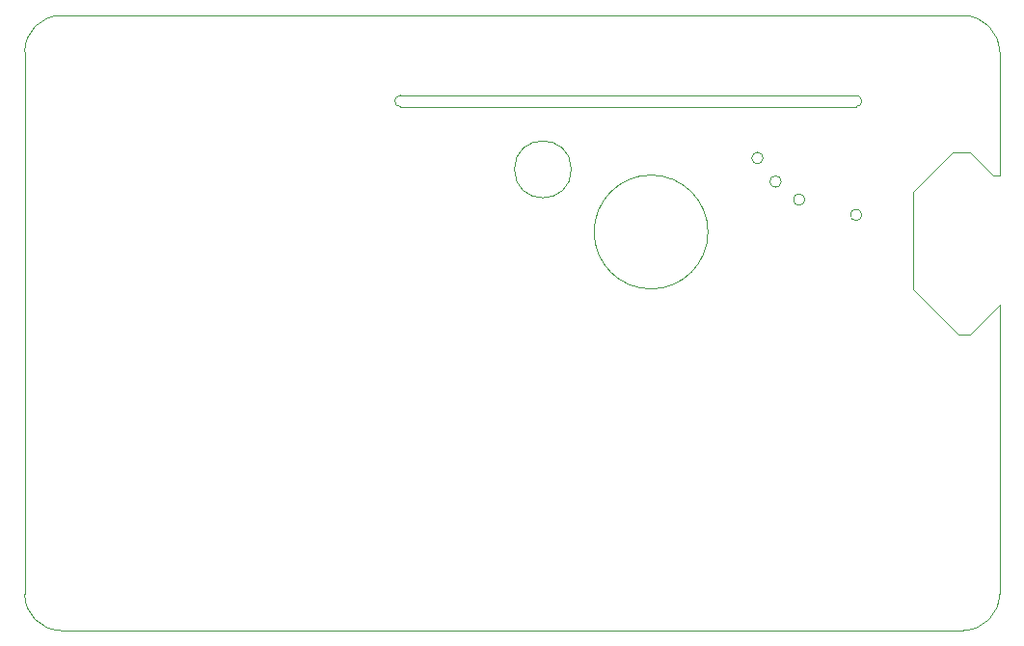
<source format=gbr>
%TF.GenerationSoftware,KiCad,Pcbnew,9.0.0*%
%TF.CreationDate,2025-03-10T22:23:41-04:00*%
%TF.ProjectId,cinnruler,63696e6e-7275-46c6-9572-2e6b69636164,rev?*%
%TF.SameCoordinates,Original*%
%TF.FileFunction,Profile,NP*%
%FSLAX46Y46*%
G04 Gerber Fmt 4.6, Leading zero omitted, Abs format (unit mm)*
G04 Created by KiCad (PCBNEW 9.0.0) date 2025-03-10 22:23:41*
%MOMM*%
%LPD*%
G01*
G04 APERTURE LIST*
%TA.AperFunction,Profile*%
%ADD10C,0.050000*%
%TD*%
G04 APERTURE END LIST*
D10*
X158499999Y-76160250D02*
G75*
G02*
X157499999Y-76160250I-500000J0D01*
G01*
X157499999Y-76160250D02*
G75*
G02*
X158499999Y-76160250I500000J0D01*
G01*
X93177518Y-113978446D02*
G75*
G02*
X89997454Y-110798446I-18J3180046D01*
G01*
X173000000Y-88000000D02*
X175597518Y-85402482D01*
X168000000Y-84000000D02*
X172000000Y-88000000D01*
X162999999Y-66999999D02*
G75*
G02*
X162999999Y-68000001I1J-500001D01*
G01*
X138000000Y-73500000D02*
G75*
G02*
X133000000Y-73500000I-2500000J0D01*
G01*
X133000000Y-73500000D02*
G75*
G02*
X138000000Y-73500000I2500000J0D01*
G01*
X93177518Y-59998446D02*
X172417518Y-59998446D01*
X175597518Y-74000000D02*
X175000000Y-74000000D01*
X89997519Y-110798446D02*
X89997519Y-63178446D01*
X172417518Y-113978446D02*
X93177518Y-113978446D01*
X123000000Y-68000000D02*
G75*
G02*
X123000000Y-67000000I0J500000D01*
G01*
X173000000Y-72000000D02*
X171500000Y-72000000D01*
X123000000Y-68000000D02*
X162999999Y-68000000D01*
X162999999Y-67000000D02*
X123000000Y-67000000D01*
X175597518Y-85402482D02*
X175597518Y-110798400D01*
X175597518Y-110798446D02*
G75*
G02*
X172417518Y-113978418I-3180018J46D01*
G01*
X150000000Y-79000000D02*
G75*
G02*
X140000000Y-79000000I-5000000J0D01*
G01*
X140000000Y-79000000D02*
G75*
G02*
X150000000Y-79000000I5000000J0D01*
G01*
X175000000Y-74000000D02*
X173000000Y-72000000D01*
X172000000Y-88000000D02*
X173000000Y-88000000D01*
X154839799Y-72500000D02*
G75*
G02*
X153839799Y-72500000I-500000J0D01*
G01*
X153839799Y-72500000D02*
G75*
G02*
X154839799Y-72500000I500000J0D01*
G01*
X171500000Y-72000000D02*
X168000000Y-75500000D01*
X163499999Y-77500000D02*
G75*
G02*
X162499999Y-77500000I-500000J0D01*
G01*
X162499999Y-77500000D02*
G75*
G02*
X163499999Y-77500000I500000J0D01*
G01*
X172417518Y-59998446D02*
G75*
G02*
X175597454Y-63178446I-18J-3179954D01*
G01*
X168000000Y-75500000D02*
X168000000Y-84000000D01*
X156429999Y-74570000D02*
G75*
G02*
X155429999Y-74570000I-500000J0D01*
G01*
X155429999Y-74570000D02*
G75*
G02*
X156429999Y-74570000I500000J0D01*
G01*
X175597518Y-63184627D02*
X175597518Y-74000000D01*
X89997519Y-63178446D02*
G75*
G02*
X93177518Y-59998449I3180001J-4D01*
G01*
M02*

</source>
